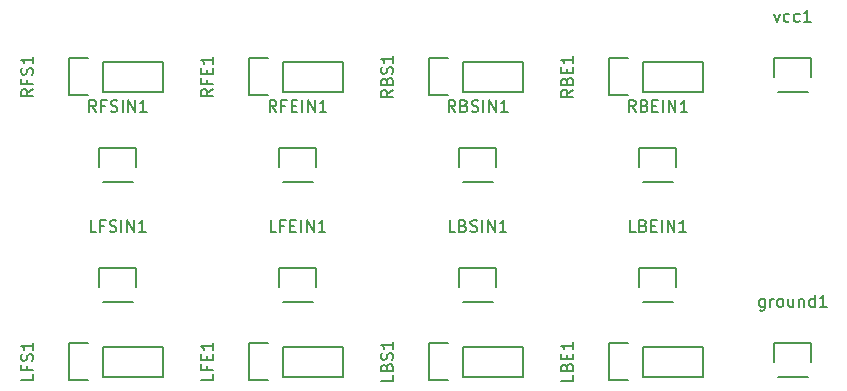
<source format=gbr>
G04 #@! TF.FileFunction,Legend,Top*
%FSLAX46Y46*%
G04 Gerber Fmt 4.6, Leading zero omitted, Abs format (unit mm)*
G04 Created by KiCad (PCBNEW 4.0.4-stable) date Friday, November 04, 2016 'PMt' 11:06:29 PM*
%MOMM*%
%LPD*%
G01*
G04 APERTURE LIST*
%ADD10C,0.100000*%
%ADD11C,0.150000*%
G04 APERTURE END LIST*
D10*
D11*
X217450000Y-110210000D02*
X217450000Y-111760000D01*
X214350000Y-111760000D02*
X214350000Y-110210000D01*
X214350000Y-110210000D02*
X217450000Y-110210000D01*
X214630000Y-113030000D02*
X217170000Y-113030000D01*
X203200000Y-113030000D02*
X208280000Y-113030000D01*
X208280000Y-113030000D02*
X208280000Y-110490000D01*
X208280000Y-110490000D02*
X203200000Y-110490000D01*
X200380000Y-110210000D02*
X201930000Y-110210000D01*
X203200000Y-110490000D02*
X203200000Y-113030000D01*
X201930000Y-113310000D02*
X200380000Y-113310000D01*
X200380000Y-113310000D02*
X200380000Y-110210000D01*
X206020000Y-103860000D02*
X206020000Y-105410000D01*
X202920000Y-105410000D02*
X202920000Y-103860000D01*
X202920000Y-103860000D02*
X206020000Y-103860000D01*
X203200000Y-106680000D02*
X205740000Y-106680000D01*
X187960000Y-113030000D02*
X193040000Y-113030000D01*
X193040000Y-113030000D02*
X193040000Y-110490000D01*
X193040000Y-110490000D02*
X187960000Y-110490000D01*
X185140000Y-110210000D02*
X186690000Y-110210000D01*
X187960000Y-110490000D02*
X187960000Y-113030000D01*
X186690000Y-113310000D02*
X185140000Y-113310000D01*
X185140000Y-113310000D02*
X185140000Y-110210000D01*
X190780000Y-103860000D02*
X190780000Y-105410000D01*
X187680000Y-105410000D02*
X187680000Y-103860000D01*
X187680000Y-103860000D02*
X190780000Y-103860000D01*
X187960000Y-106680000D02*
X190500000Y-106680000D01*
X172720000Y-113030000D02*
X177800000Y-113030000D01*
X177800000Y-113030000D02*
X177800000Y-110490000D01*
X177800000Y-110490000D02*
X172720000Y-110490000D01*
X169900000Y-110210000D02*
X171450000Y-110210000D01*
X172720000Y-110490000D02*
X172720000Y-113030000D01*
X171450000Y-113310000D02*
X169900000Y-113310000D01*
X169900000Y-113310000D02*
X169900000Y-110210000D01*
X175540000Y-103860000D02*
X175540000Y-105410000D01*
X172440000Y-105410000D02*
X172440000Y-103860000D01*
X172440000Y-103860000D02*
X175540000Y-103860000D01*
X172720000Y-106680000D02*
X175260000Y-106680000D01*
X157480000Y-113030000D02*
X162560000Y-113030000D01*
X162560000Y-113030000D02*
X162560000Y-110490000D01*
X162560000Y-110490000D02*
X157480000Y-110490000D01*
X154660000Y-110210000D02*
X156210000Y-110210000D01*
X157480000Y-110490000D02*
X157480000Y-113030000D01*
X156210000Y-113310000D02*
X154660000Y-113310000D01*
X154660000Y-113310000D02*
X154660000Y-110210000D01*
X160300000Y-103860000D02*
X160300000Y-105410000D01*
X157200000Y-105410000D02*
X157200000Y-103860000D01*
X157200000Y-103860000D02*
X160300000Y-103860000D01*
X157480000Y-106680000D02*
X160020000Y-106680000D01*
X203200000Y-88900000D02*
X208280000Y-88900000D01*
X208280000Y-88900000D02*
X208280000Y-86360000D01*
X208280000Y-86360000D02*
X203200000Y-86360000D01*
X200380000Y-86080000D02*
X201930000Y-86080000D01*
X203200000Y-86360000D02*
X203200000Y-88900000D01*
X201930000Y-89180000D02*
X200380000Y-89180000D01*
X200380000Y-89180000D02*
X200380000Y-86080000D01*
X206020000Y-93700000D02*
X206020000Y-95250000D01*
X202920000Y-95250000D02*
X202920000Y-93700000D01*
X202920000Y-93700000D02*
X206020000Y-93700000D01*
X203200000Y-96520000D02*
X205740000Y-96520000D01*
X187960000Y-88900000D02*
X193040000Y-88900000D01*
X193040000Y-88900000D02*
X193040000Y-86360000D01*
X193040000Y-86360000D02*
X187960000Y-86360000D01*
X185140000Y-86080000D02*
X186690000Y-86080000D01*
X187960000Y-86360000D02*
X187960000Y-88900000D01*
X186690000Y-89180000D02*
X185140000Y-89180000D01*
X185140000Y-89180000D02*
X185140000Y-86080000D01*
X190780000Y-93700000D02*
X190780000Y-95250000D01*
X187680000Y-95250000D02*
X187680000Y-93700000D01*
X187680000Y-93700000D02*
X190780000Y-93700000D01*
X187960000Y-96520000D02*
X190500000Y-96520000D01*
X172720000Y-88900000D02*
X177800000Y-88900000D01*
X177800000Y-88900000D02*
X177800000Y-86360000D01*
X177800000Y-86360000D02*
X172720000Y-86360000D01*
X169900000Y-86080000D02*
X171450000Y-86080000D01*
X172720000Y-86360000D02*
X172720000Y-88900000D01*
X171450000Y-89180000D02*
X169900000Y-89180000D01*
X169900000Y-89180000D02*
X169900000Y-86080000D01*
X175540000Y-93700000D02*
X175540000Y-95250000D01*
X172440000Y-95250000D02*
X172440000Y-93700000D01*
X172440000Y-93700000D02*
X175540000Y-93700000D01*
X172720000Y-96520000D02*
X175260000Y-96520000D01*
X157480000Y-88900000D02*
X162560000Y-88900000D01*
X162560000Y-88900000D02*
X162560000Y-86360000D01*
X162560000Y-86360000D02*
X157480000Y-86360000D01*
X154660000Y-86080000D02*
X156210000Y-86080000D01*
X157480000Y-86360000D02*
X157480000Y-88900000D01*
X156210000Y-89180000D02*
X154660000Y-89180000D01*
X154660000Y-89180000D02*
X154660000Y-86080000D01*
X160300000Y-93700000D02*
X160300000Y-95250000D01*
X157200000Y-95250000D02*
X157200000Y-93700000D01*
X157200000Y-93700000D02*
X160300000Y-93700000D01*
X157480000Y-96520000D02*
X160020000Y-96520000D01*
X217450000Y-86080000D02*
X217450000Y-87630000D01*
X214350000Y-87630000D02*
X214350000Y-86080000D01*
X214350000Y-86080000D02*
X217450000Y-86080000D01*
X214630000Y-88900000D02*
X217170000Y-88900000D01*
X213519048Y-106445714D02*
X213519048Y-107255238D01*
X213471429Y-107350476D01*
X213423810Y-107398095D01*
X213328571Y-107445714D01*
X213185714Y-107445714D01*
X213090476Y-107398095D01*
X213519048Y-107064762D02*
X213423810Y-107112381D01*
X213233333Y-107112381D01*
X213138095Y-107064762D01*
X213090476Y-107017143D01*
X213042857Y-106921905D01*
X213042857Y-106636190D01*
X213090476Y-106540952D01*
X213138095Y-106493333D01*
X213233333Y-106445714D01*
X213423810Y-106445714D01*
X213519048Y-106493333D01*
X213995238Y-107112381D02*
X213995238Y-106445714D01*
X213995238Y-106636190D02*
X214042857Y-106540952D01*
X214090476Y-106493333D01*
X214185714Y-106445714D01*
X214280953Y-106445714D01*
X214757143Y-107112381D02*
X214661905Y-107064762D01*
X214614286Y-107017143D01*
X214566667Y-106921905D01*
X214566667Y-106636190D01*
X214614286Y-106540952D01*
X214661905Y-106493333D01*
X214757143Y-106445714D01*
X214900001Y-106445714D01*
X214995239Y-106493333D01*
X215042858Y-106540952D01*
X215090477Y-106636190D01*
X215090477Y-106921905D01*
X215042858Y-107017143D01*
X214995239Y-107064762D01*
X214900001Y-107112381D01*
X214757143Y-107112381D01*
X215947620Y-106445714D02*
X215947620Y-107112381D01*
X215519048Y-106445714D02*
X215519048Y-106969524D01*
X215566667Y-107064762D01*
X215661905Y-107112381D01*
X215804763Y-107112381D01*
X215900001Y-107064762D01*
X215947620Y-107017143D01*
X216423810Y-106445714D02*
X216423810Y-107112381D01*
X216423810Y-106540952D02*
X216471429Y-106493333D01*
X216566667Y-106445714D01*
X216709525Y-106445714D01*
X216804763Y-106493333D01*
X216852382Y-106588571D01*
X216852382Y-107112381D01*
X217757144Y-107112381D02*
X217757144Y-106112381D01*
X217757144Y-107064762D02*
X217661906Y-107112381D01*
X217471429Y-107112381D01*
X217376191Y-107064762D01*
X217328572Y-107017143D01*
X217280953Y-106921905D01*
X217280953Y-106636190D01*
X217328572Y-106540952D01*
X217376191Y-106493333D01*
X217471429Y-106445714D01*
X217661906Y-106445714D01*
X217757144Y-106493333D01*
X218757144Y-107112381D02*
X218185715Y-107112381D01*
X218471429Y-107112381D02*
X218471429Y-106112381D01*
X218376191Y-106255238D01*
X218280953Y-106350476D01*
X218185715Y-106398095D01*
X197282381Y-112879047D02*
X197282381Y-113355238D01*
X196282381Y-113355238D01*
X196758571Y-112212380D02*
X196806190Y-112069523D01*
X196853810Y-112021904D01*
X196949048Y-111974285D01*
X197091905Y-111974285D01*
X197187143Y-112021904D01*
X197234762Y-112069523D01*
X197282381Y-112164761D01*
X197282381Y-112545714D01*
X196282381Y-112545714D01*
X196282381Y-112212380D01*
X196330000Y-112117142D01*
X196377619Y-112069523D01*
X196472857Y-112021904D01*
X196568095Y-112021904D01*
X196663333Y-112069523D01*
X196710952Y-112117142D01*
X196758571Y-112212380D01*
X196758571Y-112545714D01*
X196758571Y-111545714D02*
X196758571Y-111212380D01*
X197282381Y-111069523D02*
X197282381Y-111545714D01*
X196282381Y-111545714D01*
X196282381Y-111069523D01*
X197282381Y-110117142D02*
X197282381Y-110688571D01*
X197282381Y-110402857D02*
X196282381Y-110402857D01*
X196425238Y-110498095D01*
X196520476Y-110593333D01*
X196568095Y-110688571D01*
X202589048Y-100762381D02*
X202112857Y-100762381D01*
X202112857Y-99762381D01*
X203255715Y-100238571D02*
X203398572Y-100286190D01*
X203446191Y-100333810D01*
X203493810Y-100429048D01*
X203493810Y-100571905D01*
X203446191Y-100667143D01*
X203398572Y-100714762D01*
X203303334Y-100762381D01*
X202922381Y-100762381D01*
X202922381Y-99762381D01*
X203255715Y-99762381D01*
X203350953Y-99810000D01*
X203398572Y-99857619D01*
X203446191Y-99952857D01*
X203446191Y-100048095D01*
X203398572Y-100143333D01*
X203350953Y-100190952D01*
X203255715Y-100238571D01*
X202922381Y-100238571D01*
X203922381Y-100238571D02*
X204255715Y-100238571D01*
X204398572Y-100762381D02*
X203922381Y-100762381D01*
X203922381Y-99762381D01*
X204398572Y-99762381D01*
X204827143Y-100762381D02*
X204827143Y-99762381D01*
X205303333Y-100762381D02*
X205303333Y-99762381D01*
X205874762Y-100762381D01*
X205874762Y-99762381D01*
X206874762Y-100762381D02*
X206303333Y-100762381D01*
X206589047Y-100762381D02*
X206589047Y-99762381D01*
X206493809Y-99905238D01*
X206398571Y-100000476D01*
X206303333Y-100048095D01*
X182042381Y-112902857D02*
X182042381Y-113379048D01*
X181042381Y-113379048D01*
X181518571Y-112236190D02*
X181566190Y-112093333D01*
X181613810Y-112045714D01*
X181709048Y-111998095D01*
X181851905Y-111998095D01*
X181947143Y-112045714D01*
X181994762Y-112093333D01*
X182042381Y-112188571D01*
X182042381Y-112569524D01*
X181042381Y-112569524D01*
X181042381Y-112236190D01*
X181090000Y-112140952D01*
X181137619Y-112093333D01*
X181232857Y-112045714D01*
X181328095Y-112045714D01*
X181423333Y-112093333D01*
X181470952Y-112140952D01*
X181518571Y-112236190D01*
X181518571Y-112569524D01*
X181994762Y-111617143D02*
X182042381Y-111474286D01*
X182042381Y-111236190D01*
X181994762Y-111140952D01*
X181947143Y-111093333D01*
X181851905Y-111045714D01*
X181756667Y-111045714D01*
X181661429Y-111093333D01*
X181613810Y-111140952D01*
X181566190Y-111236190D01*
X181518571Y-111426667D01*
X181470952Y-111521905D01*
X181423333Y-111569524D01*
X181328095Y-111617143D01*
X181232857Y-111617143D01*
X181137619Y-111569524D01*
X181090000Y-111521905D01*
X181042381Y-111426667D01*
X181042381Y-111188571D01*
X181090000Y-111045714D01*
X182042381Y-110093333D02*
X182042381Y-110664762D01*
X182042381Y-110379048D02*
X181042381Y-110379048D01*
X181185238Y-110474286D01*
X181280476Y-110569524D01*
X181328095Y-110664762D01*
X187325239Y-100762381D02*
X186849048Y-100762381D01*
X186849048Y-99762381D01*
X187991906Y-100238571D02*
X188134763Y-100286190D01*
X188182382Y-100333810D01*
X188230001Y-100429048D01*
X188230001Y-100571905D01*
X188182382Y-100667143D01*
X188134763Y-100714762D01*
X188039525Y-100762381D01*
X187658572Y-100762381D01*
X187658572Y-99762381D01*
X187991906Y-99762381D01*
X188087144Y-99810000D01*
X188134763Y-99857619D01*
X188182382Y-99952857D01*
X188182382Y-100048095D01*
X188134763Y-100143333D01*
X188087144Y-100190952D01*
X187991906Y-100238571D01*
X187658572Y-100238571D01*
X188610953Y-100714762D02*
X188753810Y-100762381D01*
X188991906Y-100762381D01*
X189087144Y-100714762D01*
X189134763Y-100667143D01*
X189182382Y-100571905D01*
X189182382Y-100476667D01*
X189134763Y-100381429D01*
X189087144Y-100333810D01*
X188991906Y-100286190D01*
X188801429Y-100238571D01*
X188706191Y-100190952D01*
X188658572Y-100143333D01*
X188610953Y-100048095D01*
X188610953Y-99952857D01*
X188658572Y-99857619D01*
X188706191Y-99810000D01*
X188801429Y-99762381D01*
X189039525Y-99762381D01*
X189182382Y-99810000D01*
X189610953Y-100762381D02*
X189610953Y-99762381D01*
X190087143Y-100762381D02*
X190087143Y-99762381D01*
X190658572Y-100762381D01*
X190658572Y-99762381D01*
X191658572Y-100762381D02*
X191087143Y-100762381D01*
X191372857Y-100762381D02*
X191372857Y-99762381D01*
X191277619Y-99905238D01*
X191182381Y-100000476D01*
X191087143Y-100048095D01*
X166802381Y-112807619D02*
X166802381Y-113283810D01*
X165802381Y-113283810D01*
X166278571Y-112140952D02*
X166278571Y-112474286D01*
X166802381Y-112474286D02*
X165802381Y-112474286D01*
X165802381Y-111998095D01*
X166278571Y-111617143D02*
X166278571Y-111283809D01*
X166802381Y-111140952D02*
X166802381Y-111617143D01*
X165802381Y-111617143D01*
X165802381Y-111140952D01*
X166802381Y-110188571D02*
X166802381Y-110760000D01*
X166802381Y-110474286D02*
X165802381Y-110474286D01*
X165945238Y-110569524D01*
X166040476Y-110664762D01*
X166088095Y-110760000D01*
X172180477Y-100762381D02*
X171704286Y-100762381D01*
X171704286Y-99762381D01*
X172847144Y-100238571D02*
X172513810Y-100238571D01*
X172513810Y-100762381D02*
X172513810Y-99762381D01*
X172990001Y-99762381D01*
X173370953Y-100238571D02*
X173704287Y-100238571D01*
X173847144Y-100762381D02*
X173370953Y-100762381D01*
X173370953Y-99762381D01*
X173847144Y-99762381D01*
X174275715Y-100762381D02*
X174275715Y-99762381D01*
X174751905Y-100762381D02*
X174751905Y-99762381D01*
X175323334Y-100762381D01*
X175323334Y-99762381D01*
X176323334Y-100762381D02*
X175751905Y-100762381D01*
X176037619Y-100762381D02*
X176037619Y-99762381D01*
X175942381Y-99905238D01*
X175847143Y-100000476D01*
X175751905Y-100048095D01*
X151562381Y-112831428D02*
X151562381Y-113307619D01*
X150562381Y-113307619D01*
X151038571Y-112164761D02*
X151038571Y-112498095D01*
X151562381Y-112498095D02*
X150562381Y-112498095D01*
X150562381Y-112021904D01*
X151514762Y-111688571D02*
X151562381Y-111545714D01*
X151562381Y-111307618D01*
X151514762Y-111212380D01*
X151467143Y-111164761D01*
X151371905Y-111117142D01*
X151276667Y-111117142D01*
X151181429Y-111164761D01*
X151133810Y-111212380D01*
X151086190Y-111307618D01*
X151038571Y-111498095D01*
X150990952Y-111593333D01*
X150943333Y-111640952D01*
X150848095Y-111688571D01*
X150752857Y-111688571D01*
X150657619Y-111640952D01*
X150610000Y-111593333D01*
X150562381Y-111498095D01*
X150562381Y-111259999D01*
X150610000Y-111117142D01*
X151562381Y-110164761D02*
X151562381Y-110736190D01*
X151562381Y-110450476D02*
X150562381Y-110450476D01*
X150705238Y-110545714D01*
X150800476Y-110640952D01*
X150848095Y-110736190D01*
X156916667Y-100762381D02*
X156440476Y-100762381D01*
X156440476Y-99762381D01*
X157583334Y-100238571D02*
X157250000Y-100238571D01*
X157250000Y-100762381D02*
X157250000Y-99762381D01*
X157726191Y-99762381D01*
X158059524Y-100714762D02*
X158202381Y-100762381D01*
X158440477Y-100762381D01*
X158535715Y-100714762D01*
X158583334Y-100667143D01*
X158630953Y-100571905D01*
X158630953Y-100476667D01*
X158583334Y-100381429D01*
X158535715Y-100333810D01*
X158440477Y-100286190D01*
X158250000Y-100238571D01*
X158154762Y-100190952D01*
X158107143Y-100143333D01*
X158059524Y-100048095D01*
X158059524Y-99952857D01*
X158107143Y-99857619D01*
X158154762Y-99810000D01*
X158250000Y-99762381D01*
X158488096Y-99762381D01*
X158630953Y-99810000D01*
X159059524Y-100762381D02*
X159059524Y-99762381D01*
X159535714Y-100762381D02*
X159535714Y-99762381D01*
X160107143Y-100762381D01*
X160107143Y-99762381D01*
X161107143Y-100762381D02*
X160535714Y-100762381D01*
X160821428Y-100762381D02*
X160821428Y-99762381D01*
X160726190Y-99905238D01*
X160630952Y-100000476D01*
X160535714Y-100048095D01*
X197282381Y-88749047D02*
X196806190Y-89082381D01*
X197282381Y-89320476D02*
X196282381Y-89320476D01*
X196282381Y-88939523D01*
X196330000Y-88844285D01*
X196377619Y-88796666D01*
X196472857Y-88749047D01*
X196615714Y-88749047D01*
X196710952Y-88796666D01*
X196758571Y-88844285D01*
X196806190Y-88939523D01*
X196806190Y-89320476D01*
X196758571Y-87987142D02*
X196806190Y-87844285D01*
X196853810Y-87796666D01*
X196949048Y-87749047D01*
X197091905Y-87749047D01*
X197187143Y-87796666D01*
X197234762Y-87844285D01*
X197282381Y-87939523D01*
X197282381Y-88320476D01*
X196282381Y-88320476D01*
X196282381Y-87987142D01*
X196330000Y-87891904D01*
X196377619Y-87844285D01*
X196472857Y-87796666D01*
X196568095Y-87796666D01*
X196663333Y-87844285D01*
X196710952Y-87891904D01*
X196758571Y-87987142D01*
X196758571Y-88320476D01*
X196758571Y-87320476D02*
X196758571Y-86987142D01*
X197282381Y-86844285D02*
X197282381Y-87320476D01*
X196282381Y-87320476D01*
X196282381Y-86844285D01*
X197282381Y-85891904D02*
X197282381Y-86463333D01*
X197282381Y-86177619D02*
X196282381Y-86177619D01*
X196425238Y-86272857D01*
X196520476Y-86368095D01*
X196568095Y-86463333D01*
X202589048Y-90622381D02*
X202255714Y-90146190D01*
X202017619Y-90622381D02*
X202017619Y-89622381D01*
X202398572Y-89622381D01*
X202493810Y-89670000D01*
X202541429Y-89717619D01*
X202589048Y-89812857D01*
X202589048Y-89955714D01*
X202541429Y-90050952D01*
X202493810Y-90098571D01*
X202398572Y-90146190D01*
X202017619Y-90146190D01*
X203350953Y-90098571D02*
X203493810Y-90146190D01*
X203541429Y-90193810D01*
X203589048Y-90289048D01*
X203589048Y-90431905D01*
X203541429Y-90527143D01*
X203493810Y-90574762D01*
X203398572Y-90622381D01*
X203017619Y-90622381D01*
X203017619Y-89622381D01*
X203350953Y-89622381D01*
X203446191Y-89670000D01*
X203493810Y-89717619D01*
X203541429Y-89812857D01*
X203541429Y-89908095D01*
X203493810Y-90003333D01*
X203446191Y-90050952D01*
X203350953Y-90098571D01*
X203017619Y-90098571D01*
X204017619Y-90098571D02*
X204350953Y-90098571D01*
X204493810Y-90622381D02*
X204017619Y-90622381D01*
X204017619Y-89622381D01*
X204493810Y-89622381D01*
X204922381Y-90622381D02*
X204922381Y-89622381D01*
X205398571Y-90622381D02*
X205398571Y-89622381D01*
X205970000Y-90622381D01*
X205970000Y-89622381D01*
X206970000Y-90622381D02*
X206398571Y-90622381D01*
X206684285Y-90622381D02*
X206684285Y-89622381D01*
X206589047Y-89765238D01*
X206493809Y-89860476D01*
X206398571Y-89908095D01*
X182042381Y-88772857D02*
X181566190Y-89106191D01*
X182042381Y-89344286D02*
X181042381Y-89344286D01*
X181042381Y-88963333D01*
X181090000Y-88868095D01*
X181137619Y-88820476D01*
X181232857Y-88772857D01*
X181375714Y-88772857D01*
X181470952Y-88820476D01*
X181518571Y-88868095D01*
X181566190Y-88963333D01*
X181566190Y-89344286D01*
X181518571Y-88010952D02*
X181566190Y-87868095D01*
X181613810Y-87820476D01*
X181709048Y-87772857D01*
X181851905Y-87772857D01*
X181947143Y-87820476D01*
X181994762Y-87868095D01*
X182042381Y-87963333D01*
X182042381Y-88344286D01*
X181042381Y-88344286D01*
X181042381Y-88010952D01*
X181090000Y-87915714D01*
X181137619Y-87868095D01*
X181232857Y-87820476D01*
X181328095Y-87820476D01*
X181423333Y-87868095D01*
X181470952Y-87915714D01*
X181518571Y-88010952D01*
X181518571Y-88344286D01*
X181994762Y-87391905D02*
X182042381Y-87249048D01*
X182042381Y-87010952D01*
X181994762Y-86915714D01*
X181947143Y-86868095D01*
X181851905Y-86820476D01*
X181756667Y-86820476D01*
X181661429Y-86868095D01*
X181613810Y-86915714D01*
X181566190Y-87010952D01*
X181518571Y-87201429D01*
X181470952Y-87296667D01*
X181423333Y-87344286D01*
X181328095Y-87391905D01*
X181232857Y-87391905D01*
X181137619Y-87344286D01*
X181090000Y-87296667D01*
X181042381Y-87201429D01*
X181042381Y-86963333D01*
X181090000Y-86820476D01*
X182042381Y-85868095D02*
X182042381Y-86439524D01*
X182042381Y-86153810D02*
X181042381Y-86153810D01*
X181185238Y-86249048D01*
X181280476Y-86344286D01*
X181328095Y-86439524D01*
X187325239Y-90602381D02*
X186991905Y-90126190D01*
X186753810Y-90602381D02*
X186753810Y-89602381D01*
X187134763Y-89602381D01*
X187230001Y-89650000D01*
X187277620Y-89697619D01*
X187325239Y-89792857D01*
X187325239Y-89935714D01*
X187277620Y-90030952D01*
X187230001Y-90078571D01*
X187134763Y-90126190D01*
X186753810Y-90126190D01*
X188087144Y-90078571D02*
X188230001Y-90126190D01*
X188277620Y-90173810D01*
X188325239Y-90269048D01*
X188325239Y-90411905D01*
X188277620Y-90507143D01*
X188230001Y-90554762D01*
X188134763Y-90602381D01*
X187753810Y-90602381D01*
X187753810Y-89602381D01*
X188087144Y-89602381D01*
X188182382Y-89650000D01*
X188230001Y-89697619D01*
X188277620Y-89792857D01*
X188277620Y-89888095D01*
X188230001Y-89983333D01*
X188182382Y-90030952D01*
X188087144Y-90078571D01*
X187753810Y-90078571D01*
X188706191Y-90554762D02*
X188849048Y-90602381D01*
X189087144Y-90602381D01*
X189182382Y-90554762D01*
X189230001Y-90507143D01*
X189277620Y-90411905D01*
X189277620Y-90316667D01*
X189230001Y-90221429D01*
X189182382Y-90173810D01*
X189087144Y-90126190D01*
X188896667Y-90078571D01*
X188801429Y-90030952D01*
X188753810Y-89983333D01*
X188706191Y-89888095D01*
X188706191Y-89792857D01*
X188753810Y-89697619D01*
X188801429Y-89650000D01*
X188896667Y-89602381D01*
X189134763Y-89602381D01*
X189277620Y-89650000D01*
X189706191Y-90602381D02*
X189706191Y-89602381D01*
X190182381Y-90602381D02*
X190182381Y-89602381D01*
X190753810Y-90602381D01*
X190753810Y-89602381D01*
X191753810Y-90602381D02*
X191182381Y-90602381D01*
X191468095Y-90602381D02*
X191468095Y-89602381D01*
X191372857Y-89745238D01*
X191277619Y-89840476D01*
X191182381Y-89888095D01*
X166802381Y-88677619D02*
X166326190Y-89010953D01*
X166802381Y-89249048D02*
X165802381Y-89249048D01*
X165802381Y-88868095D01*
X165850000Y-88772857D01*
X165897619Y-88725238D01*
X165992857Y-88677619D01*
X166135714Y-88677619D01*
X166230952Y-88725238D01*
X166278571Y-88772857D01*
X166326190Y-88868095D01*
X166326190Y-89249048D01*
X166278571Y-87915714D02*
X166278571Y-88249048D01*
X166802381Y-88249048D02*
X165802381Y-88249048D01*
X165802381Y-87772857D01*
X166278571Y-87391905D02*
X166278571Y-87058571D01*
X166802381Y-86915714D02*
X166802381Y-87391905D01*
X165802381Y-87391905D01*
X165802381Y-86915714D01*
X166802381Y-85963333D02*
X166802381Y-86534762D01*
X166802381Y-86249048D02*
X165802381Y-86249048D01*
X165945238Y-86344286D01*
X166040476Y-86439524D01*
X166088095Y-86534762D01*
X172180477Y-90602381D02*
X171847143Y-90126190D01*
X171609048Y-90602381D02*
X171609048Y-89602381D01*
X171990001Y-89602381D01*
X172085239Y-89650000D01*
X172132858Y-89697619D01*
X172180477Y-89792857D01*
X172180477Y-89935714D01*
X172132858Y-90030952D01*
X172085239Y-90078571D01*
X171990001Y-90126190D01*
X171609048Y-90126190D01*
X172942382Y-90078571D02*
X172609048Y-90078571D01*
X172609048Y-90602381D02*
X172609048Y-89602381D01*
X173085239Y-89602381D01*
X173466191Y-90078571D02*
X173799525Y-90078571D01*
X173942382Y-90602381D02*
X173466191Y-90602381D01*
X173466191Y-89602381D01*
X173942382Y-89602381D01*
X174370953Y-90602381D02*
X174370953Y-89602381D01*
X174847143Y-90602381D02*
X174847143Y-89602381D01*
X175418572Y-90602381D01*
X175418572Y-89602381D01*
X176418572Y-90602381D02*
X175847143Y-90602381D01*
X176132857Y-90602381D02*
X176132857Y-89602381D01*
X176037619Y-89745238D01*
X175942381Y-89840476D01*
X175847143Y-89888095D01*
X151562381Y-88701428D02*
X151086190Y-89034762D01*
X151562381Y-89272857D02*
X150562381Y-89272857D01*
X150562381Y-88891904D01*
X150610000Y-88796666D01*
X150657619Y-88749047D01*
X150752857Y-88701428D01*
X150895714Y-88701428D01*
X150990952Y-88749047D01*
X151038571Y-88796666D01*
X151086190Y-88891904D01*
X151086190Y-89272857D01*
X151038571Y-87939523D02*
X151038571Y-88272857D01*
X151562381Y-88272857D02*
X150562381Y-88272857D01*
X150562381Y-87796666D01*
X151514762Y-87463333D02*
X151562381Y-87320476D01*
X151562381Y-87082380D01*
X151514762Y-86987142D01*
X151467143Y-86939523D01*
X151371905Y-86891904D01*
X151276667Y-86891904D01*
X151181429Y-86939523D01*
X151133810Y-86987142D01*
X151086190Y-87082380D01*
X151038571Y-87272857D01*
X150990952Y-87368095D01*
X150943333Y-87415714D01*
X150848095Y-87463333D01*
X150752857Y-87463333D01*
X150657619Y-87415714D01*
X150610000Y-87368095D01*
X150562381Y-87272857D01*
X150562381Y-87034761D01*
X150610000Y-86891904D01*
X151562381Y-85939523D02*
X151562381Y-86510952D01*
X151562381Y-86225238D02*
X150562381Y-86225238D01*
X150705238Y-86320476D01*
X150800476Y-86415714D01*
X150848095Y-86510952D01*
X156916667Y-90602381D02*
X156583333Y-90126190D01*
X156345238Y-90602381D02*
X156345238Y-89602381D01*
X156726191Y-89602381D01*
X156821429Y-89650000D01*
X156869048Y-89697619D01*
X156916667Y-89792857D01*
X156916667Y-89935714D01*
X156869048Y-90030952D01*
X156821429Y-90078571D01*
X156726191Y-90126190D01*
X156345238Y-90126190D01*
X157678572Y-90078571D02*
X157345238Y-90078571D01*
X157345238Y-90602381D02*
X157345238Y-89602381D01*
X157821429Y-89602381D01*
X158154762Y-90554762D02*
X158297619Y-90602381D01*
X158535715Y-90602381D01*
X158630953Y-90554762D01*
X158678572Y-90507143D01*
X158726191Y-90411905D01*
X158726191Y-90316667D01*
X158678572Y-90221429D01*
X158630953Y-90173810D01*
X158535715Y-90126190D01*
X158345238Y-90078571D01*
X158250000Y-90030952D01*
X158202381Y-89983333D01*
X158154762Y-89888095D01*
X158154762Y-89792857D01*
X158202381Y-89697619D01*
X158250000Y-89650000D01*
X158345238Y-89602381D01*
X158583334Y-89602381D01*
X158726191Y-89650000D01*
X159154762Y-90602381D02*
X159154762Y-89602381D01*
X159630952Y-90602381D02*
X159630952Y-89602381D01*
X160202381Y-90602381D01*
X160202381Y-89602381D01*
X161202381Y-90602381D02*
X160630952Y-90602381D01*
X160916666Y-90602381D02*
X160916666Y-89602381D01*
X160821428Y-89745238D01*
X160726190Y-89840476D01*
X160630952Y-89888095D01*
X214328571Y-82315714D02*
X214566666Y-82982381D01*
X214804762Y-82315714D01*
X215614286Y-82934762D02*
X215519048Y-82982381D01*
X215328571Y-82982381D01*
X215233333Y-82934762D01*
X215185714Y-82887143D01*
X215138095Y-82791905D01*
X215138095Y-82506190D01*
X215185714Y-82410952D01*
X215233333Y-82363333D01*
X215328571Y-82315714D01*
X215519048Y-82315714D01*
X215614286Y-82363333D01*
X216471429Y-82934762D02*
X216376191Y-82982381D01*
X216185714Y-82982381D01*
X216090476Y-82934762D01*
X216042857Y-82887143D01*
X215995238Y-82791905D01*
X215995238Y-82506190D01*
X216042857Y-82410952D01*
X216090476Y-82363333D01*
X216185714Y-82315714D01*
X216376191Y-82315714D01*
X216471429Y-82363333D01*
X217423810Y-82982381D02*
X216852381Y-82982381D01*
X217138095Y-82982381D02*
X217138095Y-81982381D01*
X217042857Y-82125238D01*
X216947619Y-82220476D01*
X216852381Y-82268095D01*
M02*

</source>
